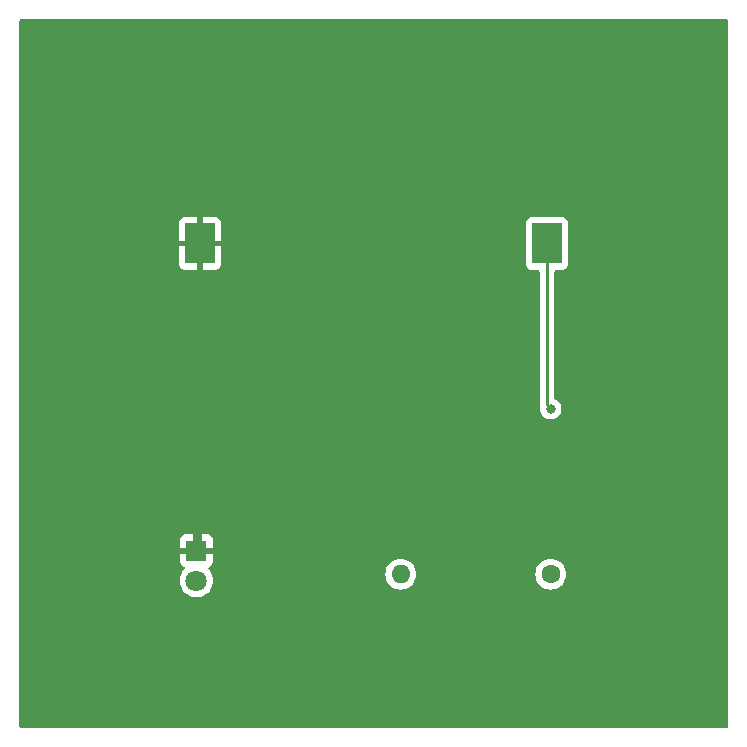
<source format=gbr>
%TF.GenerationSoftware,KiCad,Pcbnew,7.0.7*%
%TF.CreationDate,2023-09-10T22:48:18+01:00*%
%TF.ProjectId,kikad-tutorial,6b696b61-642d-4747-9574-6f7269616c2e,0*%
%TF.SameCoordinates,Original*%
%TF.FileFunction,Copper,L2,Bot*%
%TF.FilePolarity,Positive*%
%FSLAX46Y46*%
G04 Gerber Fmt 4.6, Leading zero omitted, Abs format (unit mm)*
G04 Created by KiCad (PCBNEW 7.0.7) date 2023-09-10 22:48:18*
%MOMM*%
%LPD*%
G01*
G04 APERTURE LIST*
%TA.AperFunction,ComponentPad*%
%ADD10C,1.600000*%
%TD*%
%TA.AperFunction,ComponentPad*%
%ADD11O,1.600000X1.600000*%
%TD*%
%TA.AperFunction,ComponentPad*%
%ADD12C,1.800000*%
%TD*%
%TA.AperFunction,ComponentPad*%
%ADD13R,1.800000X1.800000*%
%TD*%
%TA.AperFunction,SMDPad,CuDef*%
%ADD14R,2.540000X3.510000*%
%TD*%
%TA.AperFunction,ViaPad*%
%ADD15C,0.800000*%
%TD*%
%TA.AperFunction,Conductor*%
%ADD16C,0.250000*%
%TD*%
G04 APERTURE END LIST*
D10*
%TO.P,R1,1*%
%TO.N,VCC*%
X75000000Y-87000000D03*
D11*
%TO.P,R1,2*%
%TO.N,/LED*%
X62300000Y-87000000D03*
%TD*%
D12*
%TO.P,D1,2,A*%
%TO.N,/LED*%
X45000000Y-87540000D03*
D13*
%TO.P,D1,1,K*%
%TO.N,GND*%
X45000000Y-85000000D03*
%TD*%
D14*
%TO.P,BT1,1,+*%
%TO.N,VCC*%
X74680000Y-59000000D03*
%TO.P,BT1,2,-*%
%TO.N,GND*%
X45320000Y-59000000D03*
%TD*%
D15*
%TO.N,VCC*%
X75000000Y-73000000D03*
%TD*%
D16*
%TO.N,VCC*%
X74680000Y-72680000D02*
X75000000Y-73000000D01*
X74680000Y-59000000D02*
X74680000Y-72680000D01*
%TO.N,GND*%
X45320000Y-59000000D02*
X45320000Y-84680000D01*
X45320000Y-84680000D02*
X45000000Y-85000000D01*
%TD*%
%TA.AperFunction,Conductor*%
%TO.N,GND*%
G36*
X89942539Y-40020185D02*
G01*
X89988294Y-40072989D01*
X89999500Y-40124500D01*
X89999500Y-99875500D01*
X89979815Y-99942539D01*
X89927011Y-99988294D01*
X89875500Y-99999500D01*
X30124500Y-99999500D01*
X30057461Y-99979815D01*
X30011706Y-99927011D01*
X30000500Y-99875500D01*
X30000500Y-87540006D01*
X43594700Y-87540006D01*
X43613864Y-87771297D01*
X43613866Y-87771308D01*
X43670842Y-87996300D01*
X43764075Y-88208848D01*
X43891016Y-88403147D01*
X43891019Y-88403151D01*
X43891021Y-88403153D01*
X44048216Y-88573913D01*
X44048219Y-88573915D01*
X44048222Y-88573918D01*
X44231365Y-88716464D01*
X44231371Y-88716468D01*
X44231374Y-88716470D01*
X44435497Y-88826936D01*
X44549487Y-88866068D01*
X44655015Y-88902297D01*
X44655017Y-88902297D01*
X44655019Y-88902298D01*
X44883951Y-88940500D01*
X44883952Y-88940500D01*
X45116048Y-88940500D01*
X45116049Y-88940500D01*
X45344981Y-88902298D01*
X45564503Y-88826936D01*
X45768626Y-88716470D01*
X45951784Y-88573913D01*
X46108979Y-88403153D01*
X46235924Y-88208849D01*
X46329157Y-87996300D01*
X46386134Y-87771305D01*
X46405300Y-87540000D01*
X46405300Y-87539993D01*
X46386135Y-87308702D01*
X46386133Y-87308691D01*
X46329157Y-87083699D01*
X46292443Y-87000001D01*
X60994532Y-87000001D01*
X61014364Y-87226686D01*
X61014366Y-87226697D01*
X61073258Y-87446488D01*
X61073261Y-87446497D01*
X61169431Y-87652732D01*
X61169432Y-87652734D01*
X61299954Y-87839141D01*
X61460858Y-88000045D01*
X61460861Y-88000047D01*
X61647266Y-88130568D01*
X61853504Y-88226739D01*
X62073308Y-88285635D01*
X62235230Y-88299801D01*
X62299998Y-88305468D01*
X62300000Y-88305468D01*
X62300002Y-88305468D01*
X62356672Y-88300509D01*
X62526692Y-88285635D01*
X62746496Y-88226739D01*
X62952734Y-88130568D01*
X63139139Y-88000047D01*
X63300047Y-87839139D01*
X63430568Y-87652734D01*
X63526739Y-87446496D01*
X63585635Y-87226692D01*
X63605468Y-87000001D01*
X73694532Y-87000001D01*
X73714364Y-87226686D01*
X73714366Y-87226697D01*
X73773258Y-87446488D01*
X73773261Y-87446497D01*
X73869431Y-87652732D01*
X73869432Y-87652734D01*
X73999954Y-87839141D01*
X74160858Y-88000045D01*
X74160861Y-88000047D01*
X74347266Y-88130568D01*
X74553504Y-88226739D01*
X74773308Y-88285635D01*
X74935230Y-88299801D01*
X74999998Y-88305468D01*
X75000000Y-88305468D01*
X75000002Y-88305468D01*
X75056673Y-88300509D01*
X75226692Y-88285635D01*
X75446496Y-88226739D01*
X75652734Y-88130568D01*
X75839139Y-88000047D01*
X76000047Y-87839139D01*
X76130568Y-87652734D01*
X76226739Y-87446496D01*
X76285635Y-87226692D01*
X76305468Y-87000000D01*
X76285635Y-86773308D01*
X76226739Y-86553504D01*
X76130568Y-86347266D01*
X76000047Y-86160861D01*
X76000045Y-86160858D01*
X75839141Y-85999954D01*
X75652734Y-85869432D01*
X75652732Y-85869431D01*
X75446497Y-85773261D01*
X75446488Y-85773258D01*
X75226697Y-85714366D01*
X75226693Y-85714365D01*
X75226692Y-85714365D01*
X75226691Y-85714364D01*
X75226686Y-85714364D01*
X75000002Y-85694532D01*
X74999998Y-85694532D01*
X74773313Y-85714364D01*
X74773302Y-85714366D01*
X74553511Y-85773258D01*
X74553502Y-85773261D01*
X74347267Y-85869431D01*
X74347265Y-85869432D01*
X74160858Y-85999954D01*
X73999954Y-86160858D01*
X73869432Y-86347265D01*
X73869431Y-86347267D01*
X73773261Y-86553502D01*
X73773258Y-86553511D01*
X73714366Y-86773302D01*
X73714364Y-86773313D01*
X73694532Y-86999998D01*
X73694532Y-87000001D01*
X63605468Y-87000001D01*
X63605468Y-87000000D01*
X63585635Y-86773308D01*
X63526739Y-86553504D01*
X63430568Y-86347266D01*
X63300047Y-86160861D01*
X63300045Y-86160858D01*
X63139141Y-85999954D01*
X62952734Y-85869432D01*
X62952732Y-85869431D01*
X62746497Y-85773261D01*
X62746488Y-85773258D01*
X62526697Y-85714366D01*
X62526693Y-85714365D01*
X62526692Y-85714365D01*
X62526691Y-85714364D01*
X62526686Y-85714364D01*
X62300002Y-85694532D01*
X62299998Y-85694532D01*
X62073313Y-85714364D01*
X62073302Y-85714366D01*
X61853511Y-85773258D01*
X61853502Y-85773261D01*
X61647267Y-85869431D01*
X61647265Y-85869432D01*
X61460858Y-85999954D01*
X61299954Y-86160858D01*
X61169432Y-86347265D01*
X61169431Y-86347267D01*
X61073261Y-86553502D01*
X61073258Y-86553511D01*
X61014366Y-86773302D01*
X61014364Y-86773313D01*
X60994532Y-86999998D01*
X60994532Y-87000001D01*
X46292443Y-87000001D01*
X46235924Y-86871151D01*
X46108981Y-86676849D01*
X46013832Y-86573489D01*
X45982910Y-86510835D01*
X45990770Y-86441409D01*
X46034918Y-86387253D01*
X46061730Y-86373325D01*
X46142084Y-86343355D01*
X46142093Y-86343350D01*
X46257187Y-86257190D01*
X46257190Y-86257187D01*
X46343350Y-86142093D01*
X46343354Y-86142086D01*
X46393596Y-86007379D01*
X46393598Y-86007372D01*
X46399999Y-85947844D01*
X46400000Y-85947827D01*
X46400000Y-85250000D01*
X45560003Y-85250000D01*
X45492964Y-85230315D01*
X45447209Y-85177511D01*
X45437265Y-85108353D01*
X45439112Y-85098408D01*
X45453810Y-85034007D01*
X45453810Y-85034006D01*
X45442979Y-84889468D01*
X45445079Y-84889310D01*
X45448595Y-84831861D01*
X45489890Y-84775501D01*
X45555101Y-84750413D01*
X45565216Y-84750000D01*
X46400000Y-84750000D01*
X46400000Y-84052172D01*
X46399999Y-84052155D01*
X46393598Y-83992627D01*
X46393596Y-83992620D01*
X46343354Y-83857913D01*
X46343350Y-83857906D01*
X46257190Y-83742812D01*
X46257187Y-83742809D01*
X46142093Y-83656649D01*
X46142086Y-83656645D01*
X46007379Y-83606403D01*
X46007372Y-83606401D01*
X45947844Y-83600000D01*
X45250000Y-83600000D01*
X45250000Y-84438178D01*
X45230315Y-84505217D01*
X45177511Y-84550972D01*
X45108353Y-84560916D01*
X45089454Y-84556670D01*
X45067829Y-84550000D01*
X45067827Y-84550000D01*
X44966276Y-84550000D01*
X44966268Y-84550000D01*
X44892481Y-84561122D01*
X44823256Y-84551649D01*
X44770143Y-84506254D01*
X44750003Y-84439350D01*
X44750000Y-84438507D01*
X44750000Y-83600000D01*
X44052155Y-83600000D01*
X43992627Y-83606401D01*
X43992620Y-83606403D01*
X43857913Y-83656645D01*
X43857906Y-83656649D01*
X43742812Y-83742809D01*
X43742809Y-83742812D01*
X43656649Y-83857906D01*
X43656645Y-83857913D01*
X43606403Y-83992620D01*
X43606401Y-83992627D01*
X43600000Y-84052155D01*
X43600000Y-84052172D01*
X43599999Y-84750000D01*
X44439997Y-84750000D01*
X44507036Y-84769685D01*
X44552791Y-84822489D01*
X44562735Y-84891647D01*
X44560888Y-84901592D01*
X44546189Y-84965992D01*
X44546189Y-84965993D01*
X44557021Y-85110532D01*
X44554920Y-85110689D01*
X44551405Y-85168139D01*
X44510110Y-85224499D01*
X44444899Y-85249587D01*
X44434784Y-85250000D01*
X43600000Y-85250000D01*
X43600000Y-85947844D01*
X43606401Y-86007372D01*
X43606403Y-86007379D01*
X43656645Y-86142086D01*
X43656649Y-86142093D01*
X43742809Y-86257187D01*
X43742812Y-86257190D01*
X43857906Y-86343350D01*
X43857913Y-86343354D01*
X43938270Y-86373325D01*
X43994204Y-86415196D01*
X44018621Y-86480660D01*
X44003770Y-86548933D01*
X43986168Y-86573489D01*
X43891021Y-86676847D01*
X43891019Y-86676848D01*
X43891016Y-86676853D01*
X43764075Y-86871151D01*
X43670842Y-87083699D01*
X43613866Y-87308691D01*
X43613864Y-87308702D01*
X43594700Y-87539993D01*
X43594700Y-87540006D01*
X30000500Y-87540006D01*
X30000500Y-59250000D01*
X43550000Y-59250000D01*
X43550000Y-60802844D01*
X43556401Y-60862372D01*
X43556403Y-60862379D01*
X43606645Y-60997086D01*
X43606649Y-60997093D01*
X43692809Y-61112187D01*
X43692812Y-61112190D01*
X43807906Y-61198350D01*
X43807913Y-61198354D01*
X43942620Y-61248596D01*
X43942627Y-61248598D01*
X44002155Y-61254999D01*
X44002172Y-61255000D01*
X45070000Y-61255000D01*
X45070000Y-59250000D01*
X45570000Y-59250000D01*
X45570000Y-61255000D01*
X46637828Y-61255000D01*
X46637844Y-61254999D01*
X46697372Y-61248598D01*
X46697379Y-61248596D01*
X46832086Y-61198354D01*
X46832093Y-61198350D01*
X46947187Y-61112190D01*
X46947190Y-61112187D01*
X47033350Y-60997093D01*
X47033354Y-60997086D01*
X47083596Y-60862379D01*
X47083598Y-60862372D01*
X47089996Y-60802870D01*
X72909500Y-60802870D01*
X72909501Y-60802876D01*
X72915908Y-60862483D01*
X72966202Y-60997328D01*
X72966206Y-60997335D01*
X73052452Y-61112544D01*
X73052455Y-61112547D01*
X73167664Y-61198793D01*
X73167671Y-61198797D01*
X73212618Y-61215560D01*
X73302517Y-61249091D01*
X73362127Y-61255500D01*
X73930500Y-61255499D01*
X73997539Y-61275183D01*
X74043294Y-61327987D01*
X74054500Y-61379499D01*
X74054500Y-72597255D01*
X74052775Y-72612872D01*
X74053061Y-72612899D01*
X74052326Y-72620665D01*
X74054500Y-72689814D01*
X74054500Y-72719343D01*
X74054501Y-72719360D01*
X74055368Y-72726231D01*
X74055826Y-72732050D01*
X74057290Y-72778624D01*
X74057291Y-72778627D01*
X74062880Y-72797867D01*
X74066824Y-72816911D01*
X74069336Y-72836791D01*
X74086490Y-72880119D01*
X74088382Y-72885646D01*
X74094942Y-72908224D01*
X74099187Y-72955781D01*
X74094540Y-73000000D01*
X74114326Y-73188256D01*
X74114327Y-73188259D01*
X74172818Y-73368277D01*
X74172821Y-73368284D01*
X74267467Y-73532216D01*
X74394129Y-73672888D01*
X74547265Y-73784148D01*
X74547270Y-73784151D01*
X74720192Y-73861142D01*
X74720197Y-73861144D01*
X74905354Y-73900500D01*
X74905355Y-73900500D01*
X75094644Y-73900500D01*
X75094646Y-73900500D01*
X75279803Y-73861144D01*
X75452730Y-73784151D01*
X75605871Y-73672888D01*
X75732533Y-73532216D01*
X75827179Y-73368284D01*
X75885674Y-73188256D01*
X75905460Y-73000000D01*
X75885674Y-72811744D01*
X75827179Y-72631716D01*
X75732533Y-72467784D01*
X75605871Y-72327112D01*
X75605870Y-72327111D01*
X75452734Y-72215851D01*
X75452729Y-72215848D01*
X75379064Y-72183050D01*
X75325827Y-72137800D01*
X75305506Y-72070950D01*
X75305500Y-72069771D01*
X75305500Y-61379499D01*
X75325185Y-61312460D01*
X75377989Y-61266705D01*
X75429500Y-61255499D01*
X75997871Y-61255499D01*
X75997872Y-61255499D01*
X76057483Y-61249091D01*
X76192331Y-61198796D01*
X76307546Y-61112546D01*
X76393796Y-60997331D01*
X76444091Y-60862483D01*
X76450500Y-60802873D01*
X76450499Y-57197128D01*
X76444091Y-57137517D01*
X76393884Y-57002906D01*
X76393797Y-57002671D01*
X76393793Y-57002664D01*
X76307547Y-56887455D01*
X76307544Y-56887452D01*
X76192335Y-56801206D01*
X76192328Y-56801202D01*
X76057482Y-56750908D01*
X76057483Y-56750908D01*
X75997883Y-56744501D01*
X75997881Y-56744500D01*
X75997873Y-56744500D01*
X75997864Y-56744500D01*
X73362129Y-56744500D01*
X73362123Y-56744501D01*
X73302516Y-56750908D01*
X73167671Y-56801202D01*
X73167664Y-56801206D01*
X73052455Y-56887452D01*
X73052452Y-56887455D01*
X72966206Y-57002664D01*
X72966202Y-57002671D01*
X72915908Y-57137517D01*
X72909501Y-57197116D01*
X72909501Y-57197123D01*
X72909500Y-57197135D01*
X72909500Y-60802870D01*
X47089996Y-60802870D01*
X47089999Y-60802844D01*
X47090000Y-60802827D01*
X47090000Y-59250000D01*
X45570000Y-59250000D01*
X45070000Y-59250000D01*
X43550000Y-59250000D01*
X30000500Y-59250000D01*
X30000500Y-58750000D01*
X43550000Y-58750000D01*
X45070000Y-58750000D01*
X45070000Y-56745000D01*
X45570000Y-56745000D01*
X45570000Y-58750000D01*
X47090000Y-58750000D01*
X47090000Y-57197172D01*
X47089999Y-57197155D01*
X47083598Y-57137627D01*
X47083596Y-57137620D01*
X47033354Y-57002913D01*
X47033350Y-57002906D01*
X46947190Y-56887812D01*
X46947187Y-56887809D01*
X46832093Y-56801649D01*
X46832086Y-56801645D01*
X46697379Y-56751403D01*
X46697372Y-56751401D01*
X46637844Y-56745000D01*
X45570000Y-56745000D01*
X45070000Y-56745000D01*
X44002155Y-56745000D01*
X43942627Y-56751401D01*
X43942620Y-56751403D01*
X43807913Y-56801645D01*
X43807906Y-56801649D01*
X43692812Y-56887809D01*
X43692809Y-56887812D01*
X43606649Y-57002906D01*
X43606645Y-57002913D01*
X43556403Y-57137620D01*
X43556401Y-57137627D01*
X43550000Y-57197155D01*
X43550000Y-58750000D01*
X30000500Y-58750000D01*
X30000500Y-40124500D01*
X30020185Y-40057461D01*
X30072989Y-40011706D01*
X30124500Y-40000500D01*
X89875500Y-40000500D01*
X89942539Y-40020185D01*
G37*
%TD.AperFunction*%
%TD*%
M02*

</source>
